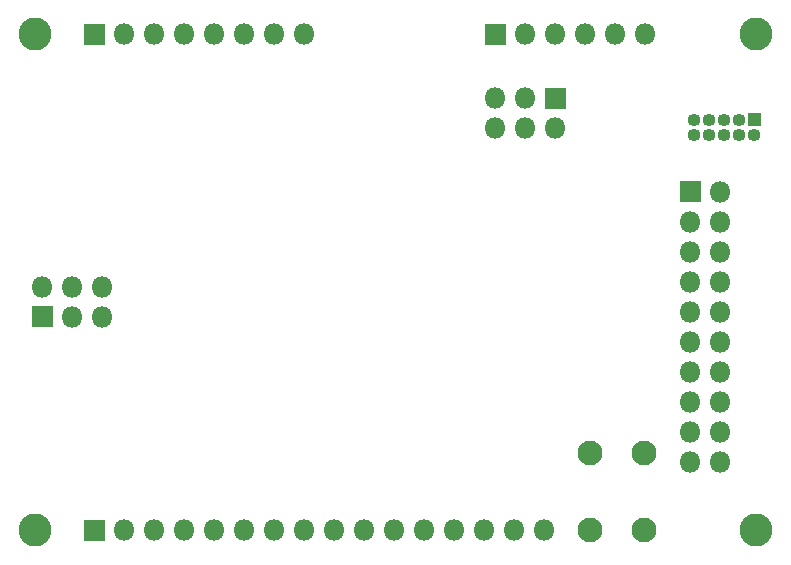
<source format=gbr>
G04 #@! TF.GenerationSoftware,KiCad,Pcbnew,5.1.10-88a1d61d58~90~ubuntu20.10.1*
G04 #@! TF.CreationDate,2021-08-22T18:34:23+02:00*
G04 #@! TF.ProjectId,STM32F030K6T6TR_Devel,53544d33-3246-4303-9330-4b3654365452,0.0.2*
G04 #@! TF.SameCoordinates,Original*
G04 #@! TF.FileFunction,Soldermask,Bot*
G04 #@! TF.FilePolarity,Negative*
%FSLAX46Y46*%
G04 Gerber Fmt 4.6, Leading zero omitted, Abs format (unit mm)*
G04 Created by KiCad (PCBNEW 5.1.10-88a1d61d58~90~ubuntu20.10.1) date 2021-08-22 18:34:23*
%MOMM*%
%LPD*%
G01*
G04 APERTURE LIST*
%ADD10O,1.800000X1.800000*%
%ADD11O,1.100000X1.100000*%
%ADD12C,2.800000*%
%ADD13C,2.100000*%
G04 APERTURE END LIST*
D10*
X109677400Y-95362000D03*
X109677400Y-97902000D03*
X107137400Y-95362000D03*
X107137400Y-97902000D03*
X104597400Y-95362000D03*
G36*
G01*
X105447400Y-98802000D02*
X103747400Y-98802000D01*
G75*
G02*
X103697400Y-98752000I0J50000D01*
G01*
X103697400Y-97052000D01*
G75*
G02*
X103747400Y-97002000I50000J0D01*
G01*
X105447400Y-97002000D01*
G75*
G02*
X105497400Y-97052000I0J-50000D01*
G01*
X105497400Y-98752000D01*
G75*
G02*
X105447400Y-98802000I-50000J0D01*
G01*
G37*
X142951400Y-81976200D03*
X142951400Y-79436200D03*
X145491400Y-81976200D03*
X145491400Y-79436200D03*
X148031400Y-81976200D03*
G36*
G01*
X147181400Y-78536200D02*
X148881400Y-78536200D01*
G75*
G02*
X148931400Y-78586200I0J-50000D01*
G01*
X148931400Y-80286200D01*
G75*
G02*
X148881400Y-80336200I-50000J0D01*
G01*
X147181400Y-80336200D01*
G75*
G02*
X147131400Y-80286200I0J50000D01*
G01*
X147131400Y-78586200D01*
G75*
G02*
X147181400Y-78536200I50000J0D01*
G01*
G37*
X155638700Y-74000000D03*
X153098700Y-74000000D03*
X150558700Y-74000000D03*
X148018700Y-74000000D03*
X145478700Y-74000000D03*
G36*
G01*
X143788700Y-74900000D02*
X142088700Y-74900000D01*
G75*
G02*
X142038700Y-74850000I0J50000D01*
G01*
X142038700Y-73150000D01*
G75*
G02*
X142088700Y-73100000I50000J0D01*
G01*
X143788700Y-73100000D01*
G75*
G02*
X143838700Y-73150000I0J-50000D01*
G01*
X143838700Y-74850000D01*
G75*
G02*
X143788700Y-74900000I-50000J0D01*
G01*
G37*
X126780000Y-74000000D03*
X124240000Y-74000000D03*
X121700000Y-74000000D03*
X119160000Y-74000000D03*
X116620000Y-74000000D03*
X114080000Y-74000000D03*
X111540000Y-74000000D03*
G36*
G01*
X109850000Y-74900000D02*
X108150000Y-74900000D01*
G75*
G02*
X108100000Y-74850000I0J50000D01*
G01*
X108100000Y-73150000D01*
G75*
G02*
X108150000Y-73100000I50000J0D01*
G01*
X109850000Y-73100000D01*
G75*
G02*
X109900000Y-73150000I0J-50000D01*
G01*
X109900000Y-74850000D01*
G75*
G02*
X109850000Y-74900000I-50000J0D01*
G01*
G37*
D11*
X159779000Y-82494000D03*
X159779000Y-81224000D03*
X161049000Y-82494000D03*
X161049000Y-81224000D03*
X162319000Y-82494000D03*
X162319000Y-81224000D03*
X163589000Y-82494000D03*
X163589000Y-81224000D03*
X164859000Y-82494000D03*
G36*
G01*
X164359000Y-80674000D02*
X165359000Y-80674000D01*
G75*
G02*
X165409000Y-80724000I0J-50000D01*
G01*
X165409000Y-81724000D01*
G75*
G02*
X165359000Y-81774000I-50000J0D01*
G01*
X164359000Y-81774000D01*
G75*
G02*
X164309000Y-81724000I0J50000D01*
G01*
X164309000Y-80724000D01*
G75*
G02*
X164359000Y-80674000I50000J0D01*
G01*
G37*
D10*
X162002000Y-110180000D03*
X159462000Y-110180000D03*
X162002000Y-107640000D03*
X159462000Y-107640000D03*
X162002000Y-105100000D03*
X159462000Y-105100000D03*
X162002000Y-102560000D03*
X159462000Y-102560000D03*
X162002000Y-100020000D03*
X159462000Y-100020000D03*
X162002000Y-97480000D03*
X159462000Y-97480000D03*
X162002000Y-94940000D03*
X159462000Y-94940000D03*
X162002000Y-92400000D03*
X159462000Y-92400000D03*
X162002000Y-89860000D03*
X159462000Y-89860000D03*
X162002000Y-87320000D03*
G36*
G01*
X158562000Y-88170000D02*
X158562000Y-86470000D01*
G75*
G02*
X158612000Y-86420000I50000J0D01*
G01*
X160312000Y-86420000D01*
G75*
G02*
X160362000Y-86470000I0J-50000D01*
G01*
X160362000Y-88170000D01*
G75*
G02*
X160312000Y-88220000I-50000J0D01*
G01*
X158612000Y-88220000D01*
G75*
G02*
X158562000Y-88170000I0J50000D01*
G01*
G37*
X147100000Y-116000000D03*
X144560000Y-116000000D03*
X142020000Y-116000000D03*
X139480000Y-116000000D03*
X136940000Y-116000000D03*
X134400000Y-116000000D03*
X131860000Y-116000000D03*
X129320000Y-116000000D03*
X126780000Y-116000000D03*
X124240000Y-116000000D03*
X121700000Y-116000000D03*
X119160000Y-116000000D03*
X116620000Y-116000000D03*
X114080000Y-116000000D03*
X111540000Y-116000000D03*
G36*
G01*
X109850000Y-116900000D02*
X108150000Y-116900000D01*
G75*
G02*
X108100000Y-116850000I0J50000D01*
G01*
X108100000Y-115150000D01*
G75*
G02*
X108150000Y-115100000I50000J0D01*
G01*
X109850000Y-115100000D01*
G75*
G02*
X109900000Y-115150000I0J-50000D01*
G01*
X109900000Y-116850000D01*
G75*
G02*
X109850000Y-116900000I-50000J0D01*
G01*
G37*
D12*
X104000000Y-116000000D03*
X104000000Y-74000000D03*
X165000000Y-116000000D03*
X165000000Y-74000000D03*
D13*
X151000000Y-109500000D03*
X155500000Y-109500000D03*
X151000000Y-116000000D03*
X155500000Y-116000000D03*
M02*

</source>
